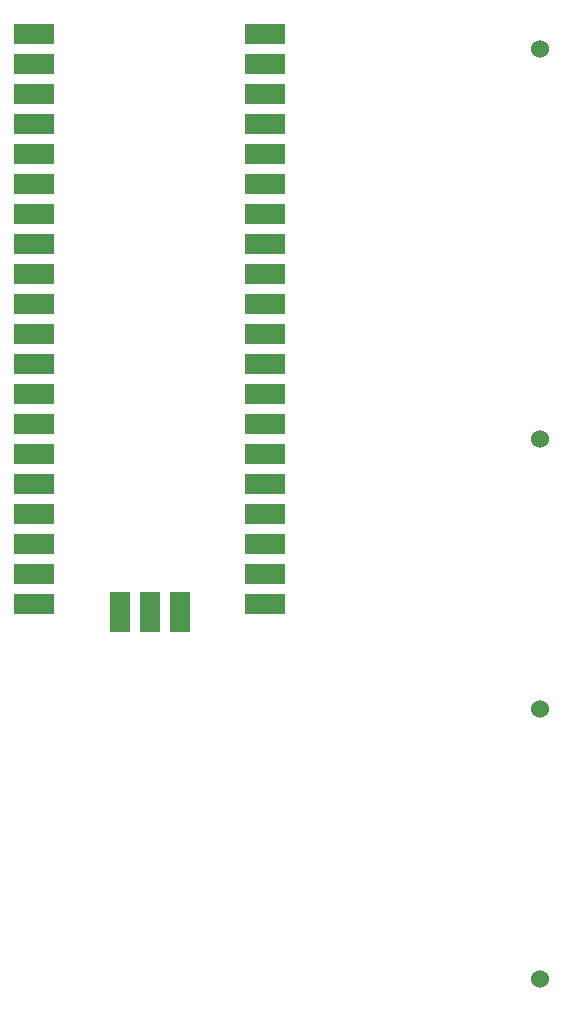
<source format=gbr>
%TF.GenerationSoftware,KiCad,Pcbnew,7.0.9*%
%TF.CreationDate,2024-05-09T16:07:40+09:00*%
%TF.ProjectId,TPIA,54504941-2e6b-4696-9361-645f70636258,rev?*%
%TF.SameCoordinates,Original*%
%TF.FileFunction,Copper,L1,Top*%
%TF.FilePolarity,Positive*%
%FSLAX46Y46*%
G04 Gerber Fmt 4.6, Leading zero omitted, Abs format (unit mm)*
G04 Created by KiCad (PCBNEW 7.0.9) date 2024-05-09 16:07:40*
%MOMM*%
%LPD*%
G01*
G04 APERTURE LIST*
%TA.AperFunction,ComponentPad*%
%ADD10C,1.524000*%
%TD*%
%TA.AperFunction,SMDPad,CuDef*%
%ADD11R,1.700000X3.500000*%
%TD*%
%TA.AperFunction,SMDPad,CuDef*%
%ADD12R,3.500000X1.700000*%
%TD*%
G04 APERTURE END LIST*
D10*
%TO.P,REF\u002A\u002A,47*%
%TO.N,N/C*%
X173278800Y-126873000D03*
%TO.P,REF\u002A\u002A,46*%
X173278800Y-104013000D03*
%TO.P,REF\u002A\u002A,45*%
X173278800Y-149733000D03*
%TO.P,REF\u002A\u002A,44*%
X173278800Y-70993000D03*
D11*
%TO.P,REF\u002A\u002A,43*%
X142798800Y-118653000D03*
%TO.P,REF\u002A\u002A,42*%
X140258800Y-118653000D03*
%TO.P,REF\u002A\u002A,41*%
X137718800Y-118653000D03*
D12*
%TO.P,REF\u002A\u002A,40*%
X150048800Y-69723000D03*
%TO.P,REF\u002A\u002A,39*%
X150048800Y-72263000D03*
%TO.P,REF\u002A\u002A,38*%
X150048800Y-74803000D03*
%TO.P,REF\u002A\u002A,37*%
X150048800Y-77343000D03*
%TO.P,REF\u002A\u002A,36*%
X150048800Y-79883000D03*
%TO.P,REF\u002A\u002A,35*%
X150048800Y-82423000D03*
%TO.P,REF\u002A\u002A,34*%
X150048800Y-84963000D03*
%TO.P,REF\u002A\u002A,33*%
X150048800Y-87503000D03*
%TO.P,REF\u002A\u002A,32*%
X150048800Y-90043000D03*
%TO.P,REF\u002A\u002A,31*%
X150048800Y-92583000D03*
%TO.P,REF\u002A\u002A,30*%
X150048800Y-95123000D03*
%TO.P,REF\u002A\u002A,29*%
X150048800Y-97663000D03*
%TO.P,REF\u002A\u002A,28*%
X150048800Y-100203000D03*
%TO.P,REF\u002A\u002A,27*%
X150048800Y-102743000D03*
%TO.P,REF\u002A\u002A,26*%
X150048800Y-105283000D03*
%TO.P,REF\u002A\u002A,25*%
X150048800Y-107823000D03*
%TO.P,REF\u002A\u002A,24*%
X150048800Y-110363000D03*
%TO.P,REF\u002A\u002A,23*%
X150048800Y-112903000D03*
%TO.P,REF\u002A\u002A,22*%
X150048800Y-115443000D03*
%TO.P,REF\u002A\u002A,21*%
X150048800Y-117983000D03*
%TO.P,REF\u002A\u002A,20*%
X130468800Y-117983000D03*
%TO.P,REF\u002A\u002A,19*%
X130468800Y-115443000D03*
%TO.P,REF\u002A\u002A,18*%
X130468800Y-112903000D03*
%TO.P,REF\u002A\u002A,17*%
X130468800Y-110363000D03*
%TO.P,REF\u002A\u002A,16*%
X130468800Y-107823000D03*
%TO.P,REF\u002A\u002A,15*%
X130468800Y-105283000D03*
%TO.P,REF\u002A\u002A,14*%
X130468800Y-102743000D03*
%TO.P,REF\u002A\u002A,13*%
X130468800Y-100203000D03*
%TO.P,REF\u002A\u002A,12*%
X130468800Y-97663000D03*
%TO.P,REF\u002A\u002A,11*%
X130468800Y-95123000D03*
%TO.P,REF\u002A\u002A,10*%
X130468800Y-92583000D03*
%TO.P,REF\u002A\u002A,9*%
X130468800Y-90043000D03*
%TO.P,REF\u002A\u002A,8*%
X130468800Y-87503000D03*
%TO.P,REF\u002A\u002A,7*%
X130468800Y-84963000D03*
%TO.P,REF\u002A\u002A,6*%
X130468800Y-82423000D03*
%TO.P,REF\u002A\u002A,5*%
X130468800Y-79883000D03*
%TO.P,REF\u002A\u002A,4*%
X130468800Y-77343000D03*
%TO.P,REF\u002A\u002A,3*%
X130468800Y-74803000D03*
%TO.P,REF\u002A\u002A,2*%
X130468800Y-72263000D03*
%TO.P,REF\u002A\u002A,1*%
X130468800Y-69723000D03*
%TD*%
M02*

</source>
